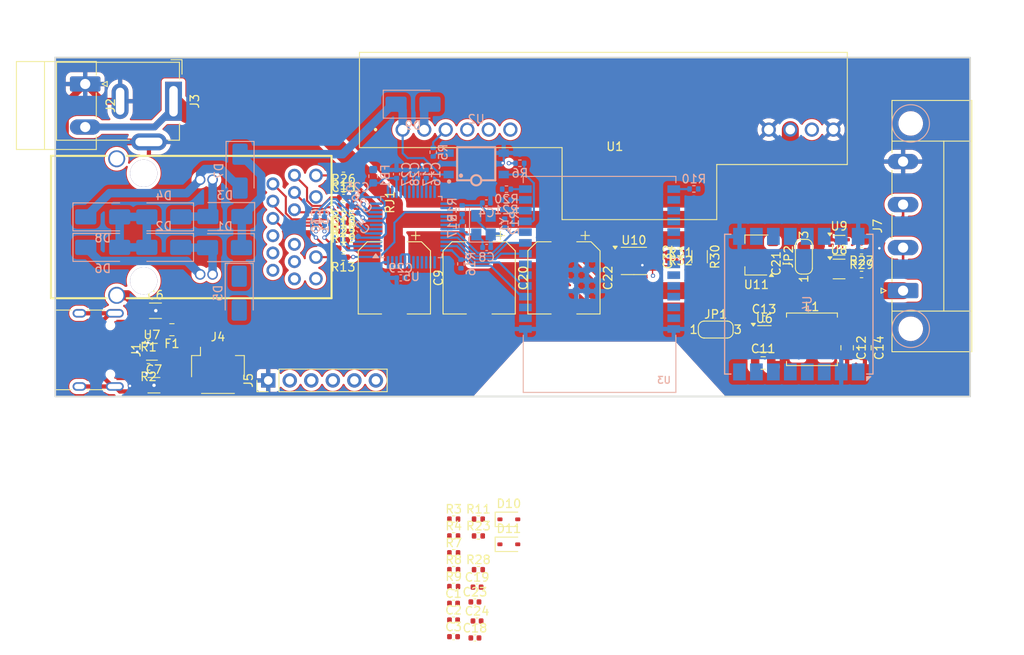
<source format=kicad_pcb>
(kicad_pcb (version 20240108) (generator "pcbnew") (generator_version "8.0")
  (layers (0 "F.Cu" signal) (1 "In1.Cu" power) (2 "In2.Cu" power) (31 "B.Cu" signal) (34 "B.Paste" user) (35 "F.Paste" user) (36 "B.SilkS" user "B.Silkscreen") (37 "F.SilkS" user "F.Silkscreen") (38 "B.Mask" user) (39 "F.Mask" user) (44 "Edge.Cuts" user))
  (net 0 "")
  (net 1 "Net-(U5-TOCAP)")
  (net 2 "Net-(F1-Pad2)")
  (net 3 "GND")
  (net 4 "/CC1")
  (net 6 "/CC2")
  (net 8 "+5V")
  (net 9 "Net-(U1-ADJ)")
  (net 10 "+VIN")
  (net 14 "+3.3V")
  (net 15 "USB_N")
  (net 16 "USB_P")
  (net 17 "Net-(U2-CAT)")
  (net 18 "Net-(U1-AT-DET)")
  (net 19 "AT_DET")
  (net 20 "I2C_SDA")
  (net 21 "I2C_SCL")
  (net 22 "Net-(U5-1V2O)")
  (net 23 "BOOT")
  (net 24 "Net-(U3-GPIO13{slash}USB_D+)")
  (net 25 "Net-(U3-GPIO12{slash}USB_D-)")
  (net 26 "Net-(C4-Pad1)")
  (net 27 "Net-(C6-Pad1)")
  (net 28 "/Ethernet/ETH_RX_C")
  (net 29 "Net-(JP1-C)")
  (net 30 "Net-(U6-BST)")
  (net 31 "VLED")
  (net 32 "+5v-USB")
  (net 33 "/Ethernet/ETH_TX_C")
  (net 34 "VC1+")
  (net 36 "VC1-")
  (net 37 "VC2+")
  (net 38 "VC2-")
  (net 39 "Net-(JP2-A)")
  (net 40 "LDAT")
  (net 41 "ETH_CS")
  (net 42 "Net-(RJ1-LEDY-G+)")
  (net 44 "ETH_LED2B")
  (net 45 "Net-(RJ1-LEDG-)")
  (net 46 "Net-(D1-K)")
  (net 50 "Net-(D2-A)")
  (net 52 "/Ethernet/ETH_LED1")
  (net 53 "/Ethernet/ETH_TX_P")
  (net 54 "Net-(U5-XI{slash}CLKIN)")
  (net 55 "Net-(U5-XO)")
  (net 56 "LCLK")
  (net 57 "LORA_CS")
  (net 58 "ETH_INT")
  (net 59 "Net-(U5-EXRES1)")
  (net 60 "LORA_RESET")
  (net 61 "/Ethernet/ETH_RX_P")
  (net 68 "ETH_LED2A")
  (net 69 "UART_TX")
  (net 70 "UART_RX")
  (net 71 "LORA_DIO1")
  (net 72 "SPI_SCK")
  (net 73 "ETH_RESET")
  (net 74 "SPI_MOSI")
  (net 75 "LORA_BUSY")
  (net 76 "SPI_MISO")
  (net 92 "Net-(U6-SW)")
  (net 93 "ALERT")
  (net 94 "Net-(J7-Pin_2)")
  (net 95 "Net-(J7-Pin_3)")
  (net 96 "/Ethernet/ETH_TX_N")
  (net 97 "/Ethernet/ETH_RX_N")
  (net 98 "Net-(J1-SHIELD)")
  (net 99 "EN")
  (net 100 "Net-(R27-Pad2)")
  (net 101 "Net-(R29-Pad1)")
  (net 102 "VDDA")
  (net 103 "Net-(U5-RXP)")
  (net 104 "Net-(U5-RXN)")
  (net 105 "Net-(U10-Vin-)")
  (net 106 "Net-(U10-Vin+)")
  (footprint "Resistor_SMD:R_0402_1005Metric" (layer "F.Cu") (at 34 -6.1 180)
    (property "Reference" "R14")
    (property "Value" "1k")
  )
  (footprint "Resistor_SMD:R_0402_1005Metric" (layer "F.Cu") (at 46.9975 38.45)
    (property "Reference" "R7")
    (property "Value" "10k")
  )
  (footprint "Capacitor_SMD:C_1206_3216Metric" (layer "F.Cu") (at 11.82 9.88)
    (property "Reference" "C6")
    (property "Value" "1n")
  )
  (footprint "Fuse:Fuse_0805_2012Metric" (layer "F.Cu") (at 13.76 12.12 180)
    (property "Reference" "F1")
    (property "Value" "2A")
  )
  (footprint "Capacitor_SMD:C_0402_1005Metric" (layer "F.Cu") (at 72.25 3.52 90)
    (property "Reference" "C32")
    (property "Value" "100n")
  )
  (footprint "Capacitor_SMD:C_0402_1005Metric" (layer "F.Cu") (at 34 0.5)
    (property "Reference" "C10")
    (property "Value" "10n")
  )
  (footprint "Capacitor_SMD:C_0402_1005Metric" (layer "F.Cu") (at 49.75 46.5)
    (property "Reference" "C24")
    (property "Value" "100n")
  )
  (footprint "Resistor_SMD:R_0402_1005Metric" (layer "F.Cu") (at 49.9075 34.47)
    (property "Reference" "R11")
    (property "Value" "51k")
  )
  (footprint "Connector_Phoenix_MC_HighVoltage:PhoenixContact_MC_1,5_4-GF-5.08_1x04_P5.08mm_Horizontal_ThreadedFlange_MountHole" (layer "F.Cu") (at 100 7.508 90)
    (property "Reference" "J7")
    (property "Value" "Ledstrip")
  )
  (footprint "Capacitor_SMD:C_0402_1005Metric" (layer "F.Cu") (at 86.2 4.3 90)
    (property "Reference" "C21")
    (property "Value" "100n")
  )
  (footprint "Resistor_SMD:R_0402_1005Metric" (layer "F.Cu") (at 49.9075 36.46)
    (property "Reference" "R23")
    (property "Value" "1k")
  )
  (footprint "Connector_BarrelJack:BarrelJack_GCT_DCJ200-10-A_Horizontal" (layer "F.Cu") (at 13.95 -14.85 -90)
    (property "Reference" "J3")
    (property "Value" "External 5v")
  )
  (footprint "Connector_USB:USB_C_Receptacle_HRO_TYPE-C-31-M-12" (layer "F.Cu") (at 3.9 14.5 -90)
    (property "Reference" "J1")
    (property "Value" "USB device")
  )
  (footprint "Capacitor_SMD:C_0402_1005Metric" (layer "F.Cu") (at 49.5 48.5)
    (property "Reference" "C18")
    (property "Value" "100n")
  )
  (footprint "Diode_SMD:D_SOD-323" (layer "F.Cu") (at 53.5 34.5)
    (property "Reference" "D10")
    (property "Value" "5.5v")
  )
  (footprint "Resistor_SMD:R_0402_1005Metric" (layer "F.Cu") (at 34 -4.5)
    (property "Reference" "R26")
    (property "Value" "12.4k")
  )
  (footprint "Package_TO_SOT_SMD:SOT-89-3" (layer "F.Cu") (at 82.7 3.3 180)
    (property "Reference" "U11")
    (property "Value" "L78L05_SOT89")
  )
  (footprint "library:RJ45-TH_HR913180AE" (layer "F.Cu") (at 19 0 -90)
    (property "Reference" "RJ1")
    (property "Value" "HR913180AE")
  )
  (footprint "Resistor_SMD:R_0402_1005Metric" (layer "F.Cu") (at 73.75 3)
    (property "Reference" "R31")
    (property "Value" "10")
  )
  (footprint "Resistor_SMD:R_1206_3216Metric" (layer "F.Cu") (at 76 3.5 -90)
    (property "Reference" "R30")
    (property "Value" "10m")
  )
  (footprint "Jumper:SolderJumper-3_P1.3mm_Open_RoundedPad1.0x1.5mm_NumberLabels" (layer "F.Cu") (at 88.3 3.5 90)
    (property "Reference" "JP2")
    (property "Value" "LED logic")
  )
  (footprint "Resistor_SMD:R_0402_1005Metric" (layer "F.Cu") (at 73.75 4 180)
    (property "Reference" "R32")
    (property "Value" "10")
  )
  (footprint "Resistor_SMD:R_0402_1005Metric" (layer "F.Cu") (at 34 1.5)
    (property "Reference" "R24")
    (property "Value" "49R9")
  )
  (footprint "Resistor_SMD:R_0402_1005Metric" (layer "F.Cu") (at 11 16.5 180)
    (property "Reference" "R2")
    (property "Value" "5.1k")
  )
  (footprint "Resistor_SMD:R_0402_1005Metric" (layer "F.Cu") (at 95.1 2.8 180)
    (property "Reference" "R27")
    (property "Value" "100")
  )
  (footprint "Capacitor_SMD:CP_Elec_8x10" (layer "F.Cu") (at 50 6 -90)
    (property "Reference" "C20")
    (property "Value" "470u")
  )
  (footprint "Capacitor_SMD:C_0402_1005Metric" (layer "F.Cu") (at 46.9775 46.38)
    (property "Reference" "C2")
    (property "Value" "1u")
  )
  (footprint "Resistor_SMD:R_0402_1005Metric" (layer "F.Cu") (at 46.9975 36.46)
    (property "Reference" "R4")
    (property "Value" "DNP")
  )
  (footprint "Resistor_SMD:R_0402_1005Metric" (layer "F.Cu") (at 34 -1.5 180)
    (property "Reference" "R18")
    (property "Value" "49R9")
  )
  (footprint "Capacitor_SMD:C_0402_1005Metric" (layer "F.Cu") (at 34 -3.5)
    (property "Reference" "C15")
    (property "Value" "22n")
  )
  (footprint "Connector_PinHeader_2.54mm:PinHeader_1x06_P2.54mm_Vertical" (layer "F.Cu") (at 25.12 18.1 90)
    (property "Reference" "J5")
    (property "Value" "UART")
  )
  (footprint "Resistor_SMD:R_0402_1005Metric" (layer "F.Cu") (at 46.9975 42.43)
    (property "Reference" "R9")
    (property "Value" "4k7")
  )
  (footprint "Resistor_SMD:R_0402_1005Metric" (layer "F.Cu") (at 11 13 180)
    (property "Reference" "R1")
    (property "Value" "5.1k")
  )
  (footprint "Capacitor_SMD:CP_Elec_8x10" (layer "F.Cu") (at 40 6 -90)
    (property "Reference" "C9")
    (property "Value" "470u")
  )
  (footprint "Resistor_SMD:R_0402_1005Metric" (layer "F.Cu") (at 33.96 3.56 180)
    (property "Reference" "R13")
    (property "Value" "1k")
  )
  (footprint "Resistor_SMD:R_0402_1005Metric" (layer "F.Cu") (at 34 2.5)
    (property "Reference" "R19")
    (property "Value" "49R9")
  )
  (footprint "Package_TO_SOT_SMD:TSOT-23-6" (layer "F.Cu") (at 83.6375 13.2)
    (property "Reference" "U6")
    (property "Value" "AP63203WU")
  )
  (footprint "Resistor_SMD:R_0402_1005Metric" (layer "F.Cu") (at 95.1 5.6)
    (property "Reference" "R29")
    (property "Value" "100")
  )
  (footprint "Resistor_SMD:R_0402_1005Metric" (layer "F.Cu") (at 49.9075 40.44)
    (property "Reference" "R28")
    (property "Value" "51k")
  )
  (footprint "Package_TO_SOT_SMD:SOT-353_SC-70-5" (layer "F.Cu") (at 92.45 4.95)
    (property "Reference" "U8")
    (property "Value" "74LVC1G125")
  )
  (footprint "Capacitor_SMD:C_0402_1005Metric" (layer "F.Cu") (at 49.75 42.5)
    (property "Reference" "C19")
    (property "Value" "100n")
  )
  (footprint "Resistor_SMD:R_0402_1005Metric" (layer "F.Cu") (at 46.9975 34.47)
    (property "Reference" "R3")
    (property "Value" "DNP")
  )
  (footprint "library:AG5300" (layer "F.Cu") (at 66 -9.5)
    (property "Reference" "U1")
    (property "Value" "AG5405")
  )
  (footprint "Package_SO:VSSOP-10_3x3mm_P0.5mm" (layer "F.Cu") (at 68.25 4)
    (property "Reference" "U10")
    (property "Value" "INA233")
  )
  (footprint "Capacitor_SMD:C_0402_1005Metric" (layer "F.Cu") (at 49.5 44.25)
    (property "Reference" "C23")
    (property "Value" "100n")
  )
  (footprint "Inductor_SMD:L_Coilcraft_XAL5050-XXX" (layer "F.Cu") (at 89.25 13.25)
    (property "Reference" "L1")
    (property "Value" "3.9u")
  )
  (footprint "Capacitor_SMD:C_1206_3216Metric" (layer "F.Cu") (at 11.64 18.67)
    (property "Reference" "C7")
    (property "Value" "1n")
  )
  (footprint "Capacitor_SMD:C_0402_1005Metric" (layer "F.Cu") (at 83.6 10.85)
    (property "Reference" "C13")
    (property "Value" "100n")
  )
  (footprint "Diode_SMD:D_SOD-323" (layer "F.Cu") (at 53.5 37.45)
    (property "Reference" "D11")
    (property "Value" "5.5v")
  )
  (footprint "Resistor_SMD:R_0402_1005Metric" (layer "F.Cu") (at 34 -2.5 180)
    (property "Reference" "R25")
    (property "Value" "10")
  )
  (footprint "Connector_Phoenix_MC_HighVoltage:PhoenixContact_MC_1,5_2-G-5.08_1x02_P5.08mm_Horizontal" (layer "F.Cu") (at 3.5325 -16.885 -90)
    (property "Reference" "J2")
    (property "Value" "External 5v")
  )
  (footprint "Capacitor_SMD:C_0805_2012Metric" (layer "F.Cu") (at 95.5 14.25 -90)
    (property "Reference" "C14")
    (property "Value" "22u")
  )
  (footprint "Capacitor_SMD:C_0805_2012Metric" (layer "F.Cu") (at 93.4 14.25 -90)
    (property "Reference" "C12")
    (property "Value" "22u")
  )
  (footprint "Capacitor_SMD:C_0402_1005Metric" (layer "F.Cu") (at 46.9775 44.41)
    (property "Reference" "C1")
    (property "Value" "100n")
  )
  (footprint "Capacitor_SMD:C_0805_2012Metric" (layer "F.Cu") (at 83.5 16.05)
    (property "Reference" "C11")
    (property "Value" "22u")
  )
  (footprint "Connector_JST:JST_SH_SM04B-SRSS-TB_1x04-1MP_P1.00mm_Horizontal" (layer "F.Cu") (at 19.19 16.955)
    (property "Reference" "J4")
    (property "Value" "I2C")
  )
  (footprint "Package_TO_SOT_SMD:SOT-666" (layer "F.Cu") (at 11.4 14.7225)
    (property "Reference" "U7")
    (property "Value" "USBLC6-2P6")
  )
  (footprint "Capacitor_SMD:C_0402_1005Metric" (layer "F.Cu") (at 46.9775 48.35)
    (property "Reference" "C3")
    (property "Value" "68n")
  )
  (footprint "Resistor_SMD:R_0402_1005Metric" (layer "F.Cu") (at 46.9975 40.44)
    (property "Reference" "R8")
    (property "Value" "4k7")
  )
  (footprint "Capacitor_SMD:CP_Elec_8x10" (layer "F.Cu") (at 60 6 -90)
    (property "Reference" "C22")
    (property "Value" "470u")
  )
  (footprint "Resistor_SMD:R_0402_1005Metric" (layer "F.Cu") (at 34 -0.5 180)
    (property "Reference" "R22")
    (property "Value" "49R9")
  )
  (footprint "Jumper:SolderJumper-3_P1.3mm_Open_RoundedPad1.0x1.5mm_NumberLabels" (layer "F.Cu") (at 77.9 12.1)
    (property "Reference" "JP1")
    (property "Value" "Power source")
  )
  (footprint "Package_TO_SOT_SMD:SOT-353_SC-70-5" (layer "F.Cu") (at 92.45 2.15)
    (property "Reference" "U9")
    (property "Value" "74LVC1G125")
  )
  (footprint "Inductor_SMD:L_0603_1608Metric" (layer "B.Cu") (at 37.5 -6 90)
    (property "Reference" "FB1")
    (property "Value" "120")
  )
  (footprint "Resistor_SMD:R_0402_1005Metric" (layer "B.Cu") (at 44.58 -8.84 90)
    (property "Reference" "R5")
    (property "Value" "1k")
  )
  (footprint "Diode_SMD:D_SMA" (layer "B.Cu") (at 12.8 -1.2 180)
    (property "Reference" "D4")
    (property "Value" "SS36")
  )
  (footprint "microcontrollers:ESP32-C6-WROOM-1" (layer "B.Cu") (at 64.2 3.77)
    (property "Reference" "U3")
    (property "Value" "ESP32-C6-WROOM-1")
  )
  (footprint "Capacitor_SMD:C_0402_1005Metric" (layer "B.Cu") (at 50.85 -2.85)
    (property "Reference" "C4")
    (property "Value" "18p")
  )
  (footprint "Capacitor_SMD:C_0402_1005Metric" (layer "B.Cu") (at 41.25 -6.25 90)
    (property "Reference" "C28")
    (property "Value" "100n")
  )
  (footprint "Diode_SMD:D_SMA" (layer "B.Cu") (at 5.6 -1.2)
    (property "Reference" "D8")
    (property "Value" "SS36")
  )
  (footprint "Capacitor_SMD:C_0402_1005Metric" (layer "B.Cu") (at 40.75 6 180)
    (property "Reference" "C29")
    (property "Value" "100n")
  )
  (footprint "Package_QFP:LQFP-48_7x7mm_P0.5mm" (layer "B.Cu") (at 42 0)
    (property "Reference" "U5")
    (property "Value" "W5500")
  )
  (footprint "Diode_SMD:D_SMA" (layer "B.Cu") (at 42.2 -14.5)
    (property "Reference" "D9")
    (property "Value" "SMAJ58")
  )
  (footprint "Capacitor_SMD:C_0402_1005Metric" (layer "B.Cu") (at 35.32 -2.05 135)
    (property "Reference" "C26")
    (property "Value" "100n")
  )
  (footprint "library:SOP-4_L3.9-W4.4-P2.54-LS7.0-BR" (layer "B.Cu") (at 49.65 -7.47 180)
    (property "Reference" "U2")
    (property "Value" "KPC357NT0ATLD")
  )
  (footprint "Capacitor_SMD:C_0402_1005Metric" (layer "B.Cu") (at 35.36 0.77 135)
    (property "Reference" "C5")
    (property "Value" "100n")
  )
  (footprint "RF_Module:Ai-Thinker-Ra-01-LoRa" (layer "B.Cu") (at 87.7 9.1 90)
    (property "Reference" "U4")
    (property "Value" "Ra-01SH")
  )
  (footprint "Capacitor_SMD:C_0402_1005Metric" (layer "B.Cu") (at 31.75 -0.75 90)
    (property "Reference" "C31")
    (property "Value" "6.8n")
  )
  (footprint "Diode_SMD:D_SMA" (layer "B.Cu") (at 5.6 2.4)
    (property "Reference" "D6")
    (property "Value" "SS36")
  )
  (footprint "Resistor_SMD:R_0402_1005Metric" (layer "B.Cu") (at 53 -0.475 90)
    (property "Reference" "R12")
    (property "Value" "10k")
  )
  (footprint "Resistor_SMD:R_0402_1005Metric" (layer "B.Cu") (at 48 -2.05 -90)
    (property "Reference" "R15")
    (property "Value" "0")
  )
  (footprint "Resistor_SMD:R_0402_1005Metric" (layer "B.Cu") (at 54.8 -7.53)
    (property "Reference" "R6")
    (property "Value" "10k")
  )
  (footprint "Capacitor_SMD:C_0402_1005Metric" (layer "B.Cu") (at 30.75 -0.75 90)
    (property "Reference" "C30")
    (property "Value" "6.8n")
  )
  (footprint "Resistor_SMD:R_0402_1005Metric" (layer "B.Cu") (at 47.85 4.35 90)
    (property "Reference" "R16")
    (property "Value" "10k")
  )
  (footprint "Diode_SMD:D_SMA" (layer "B.Cu") (at 20.0075 -1.24 180)
    (property "Reference" "D3")
    (property "Value" "SS36")
  )
  (footprint "Diode_SMD:D_SMA" (layer "B.Cu") (at 12.8 2.4 180)
    (property "Reference" "D2")
    (property "Value" "SS36")
  )
  (footprint "Crystal:Crystal_SMD_3225-4Pin_3.2x2.5mm" (layer "B.Cu") (at 50.51 -0.23 90)
    (property "Reference" "Y1")
    (property "Value" "25MHz")
  )
  (footprint "Resistor_SMD:R_0402_1005Metric" (layer "B.Cu") (at 53.2 -3.2)
    (property "Reference" "R21")
    (property "Value" "27")
  )
  (footprint "Resistor_SMD:R_0402_1005Metric" (layer "B.Cu") (at 48 -0.13 -90)
    (property "Reference" "R17")
    (property "Value" "1M")
  )
  (footprint "Resistor_SMD:R_0402_1005Metric" (layer "B.Cu") (at 53.225 -4.475)
    (property "Reference" "R20")
    (property "Value" "27")
  )
  (footprint "Diode_SMD:D_SMA" (layer "B.Cu") (at 21.7 7.8 -90)
    (property "Reference" "D5")
    (property "Value" "SS36")
  )
  (footprint "Resistor_SMD:R_0402_1005Metric" (layer "B.Cu") (at 75.325 -4.5 180)
    (property "Reference" "R10")
    (property "Value" "10k")
  )
  (footprint "Capacitor_SMD:C_0402_1005Metric" (layer "B.Cu") (at 42.76 -6.25 90)
    (property "Reference" "C17")
    (property "Value" "4.7u")
  )
  (footprint "Capacitor_SMD:C_0402_1005Metric" (layer "B.Cu") (at 43.75 -6.25 90)
    (property "Reference" "C16")
    (property "Value" "10n")
  )
  (footprint "Capacitor_SMD:C_0402_1005Metric" (layer "B.Cu") (at 40.25 -6.25 90)
    (property "Reference" "C27")
    (property "Value" "100n")
  )
  (footprint "Diode_SMD:D_SMA" (layer "B.Cu") (at 19.9575 2.43 180)
    (property "Reference" "D1")
    (property "Value" "SS36")
  )
  (footprint "Diode_SMD:D_SMA" (layer "B.Cu") (at 21.8 -6.6 -90)
    (property "Reference" "D7")
    (property "Value" "SS36")
  )
  (footprint "Capacitor_SMD:C_0402_1005Metric" (layer "B.Cu") (at 50.88 2.41)
    (property "Reference" "C8")
    (property "Value" "18p")
  )
  (footprint "Capacitor_SMD:C_0402_1005Metric" (layer "B.Cu") (at 35.63 -3.53 180)
    (property "Reference" "C25")
    (property "Value" "100n")
  )
  (gr_rect (start 0 -20) (end 107.9 20) (stroke (width 0.2)) (fill none) (layer "Edge.Cuts"))
  (segment (start 42.75 -4.1625) (end 42.75 -5.76) (width 0.25) (layer "B.Cu") (net 1))
  (segment (start 7.945 12.05) (end 12.7525 12.05) (width 0.5) (layer "F.Cu") (net 2))
  (segment (start 7.945 12.05) (end 7.232383 12.05) (width 0.5) (layer "F.Cu") (net 2))
  (segment (start 6.46 16.177617) (end 7.232383 16.95) (width 0.5) (layer "F.Cu") (net 2))
  (segment (start 7.232383 16.95) (end 7.945 16.95) (width 0.5) (layer "F.Cu") (net 2))
  (segment (start 7.232383 12.05) (end 6.46 12.822383) (width 0.5) (layer "F.Cu") (net 2))
  (segment (start 6.46 12.822383) (end 6.46 16.177617) (width 0.5) (layer "F.Cu") (net 2))
  (segment (start 92.102 5.498) (end 92 5.6) (width 0.3) (layer "F.Cu") (net 3))
  (segment (start 92.371 2.046001) (end 92.012499 1.687501) (width 0.3) (layer "F.Cu") (net 3))
  (segment (start 11.51 16.5) (end 10.8 17.21) (width 0.25) (layer "F.Cu") (net 3))
  (segment (start 91.5 4.3) (end 91.824999 4.3) (width 0.3) (layer "F.Cu") (net 3))
  (segment (start 1.2 -14.5525) (end 3.5325 -16.885) (width 0.8) (layer "F.Cu") (net 3))
  (segment (start 10.8 17.21) (end 10.78 17.26) (width 0.25) (layer "F.Cu") (net 3))
  (segment (start 68.25 3.5) (end 69.25 4.5) (width 0.15) (layer "F.Cu") (net 3))
  (segment (start 11.9 9.88) (end 11.89 9.87) (width 0.8) (layer "F.Cu") (net 3))
  (segment (start 92.102 5) (end 92.102 5.498) (width 0.3) (layer "F.Cu") (net 3))
  (segment (start 70.45 4.5) (end 69.25 4.5) (width 0.15) (layer "F.Cu") (net 3))
  (segment (start 13.115 18.67) (end 11.66 18.67) (width 0.8) (layer "F.Cu") (net 3))
  (segment (start 11.05 -10.05) (end 1.95 -10.05) (width 0.8) (layer "F.Cu") (net 3))
  (segment (start 91.5 2.8) (end 91.824999 2.8) (width 0.3) (layer "F.Cu") (net 3))
  (segment (start 11.66 18.67) (end 11.65 18.68) (width 0.8) (layer "F.Cu") (net 3))
  (segment (start 10.475 14.7225) (end 9.6825 14.7225) (width 0.25) (layer "F.Cu") (net 3))
  (segment (start 34.48 0.5) (end 35.2 1.22) (width 0.25) (layer "F.Cu") (net 3))
  (segment (start 10.95 13.64) (end 10.95 13.65) (width 0.25) (layer "F.Cu") (net 3))
  (segment (start 1.95 -10.05) (end 1.2 -10.8) (width 0.8) (layer "F.Cu") (net 3))
  (segment (start 9.68 14.72) (end 9.67 14.72) (width 0.25) (layer "F.Cu") (net 3))
  (segment (start 92.012499 1.687501) (end 91.824999 1.5) (width 0.3) (layer "F.Cu") (net 3))
  (segment (start 34.7 -3.5) (end 35.4 -2.8) (width 0.25) (layer "F.Cu") (net 3))
  (segment (start 1.2 -10.8) (end 1.2 -14.5525) (width 0.8) (layer "F.Cu") (net 3))
  (segment (start 9.67 14.72) (end 9.67 14.71) (width 0.25) (layer "F.Cu") (net 3))
  (segment (start 91.5 4.3) (end 90.6 4.3) (width 0.3) (layer "F.Cu") (net 3))
  (segment (start 7.65 -14.85) (end 5.5675 -14.85) (width 0.8) (layer "F.Cu") (net 3))
  (segment (start 11.51 13.09) (end 10.96 13.64) (width 0.25) (layer "F.Cu") (net 3))
  (segment (start 10.96 13.64) (end 10.95 13.64) (width 0.25) (layer "F.Cu") (net 3))
  (segment (start 93.823 1.023) (end 94.2 1.4) (width 0.3) (layer "F.Cu") (net 3))
  (segment (start 66.05 3.5) (end 68.25 3.5) (width 0.15) (layer "F.Cu") (net 3))
  (segment (start 91.824999 4.3) (end 92.102 4.577001) (width 0.3) (layer "F.Cu") (net 3))
  (segment (start 66.05 3) (end 67.75 3) (width 0.15) (layer "F.Cu") (net 3))
  (segment (start 92.012499 1.687501) (end 92.677 1.023) (width 0.3) (layer "F.Cu") (net 3))
  (segment (start 11.86 9.87) (end 11.86 9.84) (width 0.8) (layer "F.Cu") (net 3))
  (segment (start 91.824999 2.8) (end 92.371 2.253999) (width 0.3) (layer "F.Cu") (net 3))
  (segment (start 35.2 1.22) (end 35.2 1.61) (width 0.25) (layer "F.Cu") (net 3))
  (segment (start 8.81 18.31) (end 8.81 18.75) (width 0.5) (layer "F.Cu") (net 3))
  (segment (start 94.7 5) (end 97.2 2.5) (width 0.3) (layer "F.Cu") (net 3))
  (segment (start 10.78 17.26) (end 10.8 17.24) (width 0.25) (layer "F.Cu") (net 3))
  (segment (start 10.95 13.65) (end 10.96 13.64) (width 0.25) (layer "F.Cu") (net 3))
  (segment (start 91.824999 1.5) (end 91.5 1.5) (width 0.3) (layer "F.Cu") (net 3))
  (segment (start 92.102 4.577001) (end 92.102 5) (width 0.3) (layer "F.Cu") (net 3))
  (segment (start 92.102 5) (end 94.7 5) (width 0.3) (layer "F.Cu") (net 3))
  (segment (start 8.78 18.28) (end 8.81 18.31) (width 0.5) (layer "F.Cu") (net 3))
  (segment (start 9.67 14.71) (end 9.68 14.72) (width 0.25) (layer "F.Cu") (net 3))
  (segment (start 9.6825 14.7225) (end 9.68 14.72) (width 0.25) (layer "F.Cu") (net 3))
  (segment (start 67.75 3) (end 68.25 3.5) (width 0.15) (layer "F.Cu") (net 3))
  (segment (start 8.25 17.75) (end 8.78 18.28) (width 0.5) (layer "F.Cu") (net 3))
  (segment (start 11.89 9.87) (end 11.86 9.87) (width 0.8) (layer "F.Cu") (net 3))
  (segment (start 13.295 9.88) (end 11.9 9.88) (width 0.8) (layer "F.Cu") (net 3))
  (segment (start 92.677 1.023) (end 93.823 1.023) (width 0.3) (layer "F.Cu") (net 3))
  (segment (start 94.2 1.4) (end 94.2 2) (width 0.3) (layer "F.Cu") (net 3))
  (segment (start 11.86 9.84) (end 11.89 9.87) (width 0.8) (layer "F.Cu") (net 3))
  (segment (start 92.371 2.253999) (end 92.371 2.046001) (width 0.3) (layer "F.Cu") (net 3))
  (segment (start 5.5675 -14.85) (end 3.5325 -16.885) (width 0.8) (layer "F.Cu") (net 3))
  (segment (start 34.48 -3.5) (end 34.7 -3.5) (width 0.25) (layer "F.Cu") (net 3))
  (segment (start 92 5.6) (end 91.5 5.6) (width 0.3) (layer "F.Cu") (net 3))
  (via (at 10.78 17.26) (size 0.5) (drill 0.3) (layers "F.Cu" "B.Cu") (net 3))
  (via (at 9.67 14.72) (size 0.5) (drill 0.3) (layers "F.Cu" "B.Cu") (net 3))
  (via (at 11.65 18.68) (size 0.8) (drill 0.4) (layers "F.Cu" "B.Cu") (net 3))
  (via (at 35.2 1.61) (size 0.5) (drill 0.3) (layers "F.Cu" "B.Cu") (net 3))
  (via (at 8.81 18.75) (size 0.5) (drill 0.3) (layers "F.Cu" "B.Cu") (net 3))
  (via (at 35.4 -2.8) (size 0.5) (drill 0.3) (layers "F.Cu" "B.Cu") (net 3))
  (via (at 11.86 9.87) (size 0.8) (drill 0.4) (layers "F.Cu" "B.Cu") (net 3))
  (via (at 10.95 13.64) (size 0.5) (drill 0.3) (layers "F.Cu" "B.Cu") (net 3))
  (via (at 97.2 2.5) (size 0.45) (drill 0.3) (layers "F.Cu" "B.Cu") (net 3))
  (via (at 69.25 4.5) (size 0.5) (drill 0.3) (layers "F.Cu" "B.Cu") (net 3))
  (via (at 52.78 -7.56) (size 0.5) (drill 0.3) (layers "F.Cu" "B.Cu") (net 3))
  (via (at 43.27 -7.37) (size 0.5) (drill 0.3) (layers "F.Cu" "B.Cu") (net 3))
  (segment (start 43.27 -6.73) (end 42.76 -6.73) (width 0.25) (layer "B.Cu") (net 3))
  (segment (start 41.25 -6.73) (end 41.636 -6.73) (width 0.25) (layer "B.Cu") (net 3))
  (segment (start 43.75 -6.73) (end 43.27 -6.73) (width 0.25) (layer "B.Cu") (net 3))
  (segment (start 34.980589 -3.360589) (end 35.15 -3.53) (width 0.25) (layer "B.Cu") (net 3))
  (segment (start 42.198 -6.168) (end 42.76 -6.73) (width 0.25) (layer "B.Cu") (net 3))
  (segment (start 36.914788 -1.25) (end 35.775377 -2.389411) (width 0.25) (layer "B.Cu") (net 3))
  (segment (start 35.4 -2.8) (end 35.391178 -2.8) (width 0.25) (layer "B.Cu") (net 3))
  (segment (start 35.34 1.75) (end 35.2 1.61) (width 0.25) (layer "B.Cu") (net 3))
  (segment (start 37.8375 -1.25) (end 36.914788 -1.25) (width 0.25) (layer "B.Cu") (net 3))
  (segment (start 35.2 1.61) (end 35.020589 1.430589) (width 0.25) (layer "B.Cu") (net 3))
  (segment (start 42.198 -5.432) (end 42.198 -6.168) (width 0.25) (layer "B.Cu") (net 3))
  (segment (start 43.27 -6.73) (end 43.27 -7.37) (width 0.25) (layer "B.Cu") (net 3))
  (segment (start 41.636 -6.73) (end 42.198 -6.168) (width 0.25) (layer "B.Cu") (net 3))
  (segment (start 42.25 -4.1625) (end 42.25 -5.38) (width 0.25) (layer "B.Cu") (net 3))
  (segment (start 35.775377 -2.389411) (end 34.980589 -2.389411) (width 0.25) (layer "B.Cu") (net 3))
  (segment (start 51.36 0.87) (end 51.36 2.41) (width 0.25) (layer "B.Cu") (net 3))
  (segment (start 34.980589 -2.389411) (end 34.980589 -3.360589) (width 0.25) (layer "B.Cu") (net 3))
  (segment (start 49.66 -0.85) (end 51.36 0.85) (width 0.25) (layer "B.Cu") (net 3))
  (segment (start 35.020589 1.430589) (end 35.020589 0.430589) (width 0.25) (layer "B.Cu") (net 3))
  (segment (start 52.9 -8.74) (end 52.9 -7.68) (width 0.25) (layer "B.Cu") (net 3))
  (segment (start 35.391178 -2.8) (end 34.980589 -2.389411) (width 0.25) (layer "B.Cu") (net 3))
  (segment (start 42.25 -5.38) (end 42.198 -5.432) (width 0.25) (layer "B.Cu") (net 3))
  (segment (start 37.8375 1.75) (end 35.34 1.75) (width 0.25) (layer "B.Cu") (net 3))
  (segment (start 52.9 -7.68) (end 52.78 -7.56) (width 0.25) (layer "B.Cu") (net 3))
  (segment (start 41.25 -6.73) (end 40.25 -6.73) (width 0.25) (layer "B.Cu") (net 3))
  (segment (start 7.945 13.25) (end 10.24 13.25) (width 0.25) (layer "F.Cu") (net 4))
  (segment (start 10.24 13.25) (end 10.49 13) (width 0.25) (layer "F.Cu") (net 4))
  (segment (start 7.945 16.25) (end 10.24 16.25) (width 0.25) (layer "F.Cu") (net 6))
  (segment (start 10.24 16.25) (end 10.49 16.5) (width 0.25) (layer "F.Cu") (net 6))
  (segment (start 93.4 1.5) (end 92.9 1.5) (width 0.3) (layer "F.Cu") (net 8))
  (segment (start 88.4 3.6) (end 88.3 3.5) (width 0.3) (layer "F.Cu") (net 8))
  (segment (start 92.7 3.6) (end 92.5 3.6) (width 0.3) (layer "F.Cu") (net 8))
  (segment (start 93.4 4.3) (end 92.7 3.6) (width 0.3) (layer "F.Cu") (net 8))
  (segment (start 92.798 1.602) (end 92.798 3.302) (width 0.3) (layer "F.Cu") (net 8))
  (segment (start 92.798 3.302) (end 92.5 3.6) (width 0.3) (layer "F.Cu") (net 8))
  (segment (start 92.5 3.6) (end 88.4 3.6) (width 0.3) (layer "F.Cu") (net 8))
  (segment (start 92.9 1.5) (end 92.798 1.602) (width 0.3) (layer "F.Cu") (net 8))
  (segment (start 40 -0.9) (end 61.7 -0.9) (width 2) (layer "F.Cu") (net 10))
  (segment (start 66 -0.9) (end 61.7 -0.9) (width 2) (layer "F.Cu") (net 10))
  (segment (start 73.712 3.548) (end 74.26 3) (width 0.15) (layer "F.Cu") (net 10))
  (segment (start 11.709 -11.805) (end 13.95 -14.046) (width 0.8) (layer "F.Cu") (net 10))
  (segment (start 74.26 3) (end 75.0375 3) (width 0.5) (layer "F.Cu") (net 10))
  (segment (start 3.5325 -11.805) (end 11.709 -11.805) (width 0.8) (layer "F.Cu") (net 10))
  (segment (start 40 -2.718478) (end 29.445478 -13.273) (width 2) (layer "F.Cu") (net 10))
  (segment (start 71.822 4.572) (end 73.5 4.572) (width 0.15) (layer "F.Cu") (net 10))
  (segment (start 29.445478 -13.273) (end 15.527 -13.273) (width 2) (layer "F.Cu") (net 10))
  (segment (start 76 -0.9) (end 66 -0.9) (width 2) (layer "F.Cu") (net 10))
  (segment (start 73.539042 4.572) (end 73.712 4.399042) (width 0.15) (layer "F.Cu") (net 10))
  (segment (start 71.25 4) (end 71.822 4.572) (width 0.15) (layer "F.Cu") (net 10))
  (segment (start 86.7 -11.5) (end 86.7 -10.312061) (width 2) (layer "F.Cu") (net 10))
  (segment (start 86.7 -10.312061) (end 77.287939 -0.9) (width 2) (layer "F.Cu") (net 10))
  (segment (start 40 2.75) (end 40 -0.9) (width 2) (layer "F.Cu") (net 10))
  (segment (start 66.1 -0.8) (end 66 -0.9) (width 1) (layer "F.Cu") (net 10))
  (segment (start 76 2.0375) (end 76 -0.9) (width 1) (layer "F.Cu") (net 10))
  (segment (start 77.287939 -0.9) (end 76 -0.9) (width 2) (layer "F.Cu") (net 10))
  (segment (start 70.45 4) (end 71.25 4) (width 0.15) (layer "F.Cu") (net 10))
  (segment (start 15.527 -13.273) (end 13.95 -14.85) (width 2) (layer "F.Cu") (net 10))
  (segment (start 73.5 4.572) (end 73.539042 4.572) (width 0.15) (layer "F.Cu") (net 10))
  (segment (start 73.712 4.399042) (end 73.712 3.548) (width 0.15) (layer "F.Cu") (net 10))
  (segment (start 75.0375 3) (end 76 2.0375) (width 0.5) (layer "F.Cu") (net 10))
  (segment (start 40 -0.9) (end 40 -2.718478) (width 2) (layer "F.Cu") (net 10))
  (segment (start 3.5325 -11.805) (end 11.709 -11.805) (width 0.8) (layer "B.Cu") (net 10))
  (segment (start 11.709 -11.805) (end 13.95 -14.046) (width 0.8) (layer "B.Cu") (net 10))
  (segment (start 34.51 -1.5) (end 35.87 -1.5) (width 0.25) (layer "F.Cu") (net 14))
  (segment (start 35.87 -1.5) (end 36.26 -1.11) (width 0.25) (layer "F.Cu") (net 14))
  (segment (start 70.45 5) (end 70.45 5.7) (width 0.15) (layer "F.Cu") (net 14))
  (segment (start 70.45 5.7) (end 70.5 5.75) (width 0.15) (layer "F.Cu") (net 14))
  (segment (start 34.51 -1.5) (end 34.51 -0.5) (width 0.25) (layer "F.Cu") (net 14))
  (segment (start 34.51 -2.5) (end 34.51 -1.5) (width 0.25) (layer "F.Cu") (net 14))
  (via (at 36.26 -1.11) (size 0.5) (drill 0.3) (layers "F.Cu" "B.Cu") (net 14))
  (via (at 53.5 -7.54) (size 0.5) (drill 0.3) (layers "F.Cu" "B.Cu") (net 14))
  (via (at 70.5 5.75) (size 0.5) (drill 0.3) (layers "F.Cu" "B.Cu") (net 14))
  (segment (start 41.25 3.26) (end 41.22 3.23) (width 0.25) (layer "B.Cu") (net 14))
  (segment (start 37.8375 -0.75) (end 36.62 -0.75) (width 0.25) (layer "B.Cu") (net 14))
  (segment (start 41.75 4.1625) (end 41.75 3.36) (width 0.25) (layer "B.Cu") (net 14))
  (segment (start 40.93 3.23) (end 41.22 3.23) (width 0.25) (layer "B.Cu") (net 14))
  (segment (start 53.51 -7.53) (end 53.5 -7.54) (width 0.25) (layer "B.Cu") (net 14))
  (segment (start 36.62 -0.75) (end 36.26 -1.11) (width 0.25) (layer "B.Cu") (net 14))
  (segment (start 41.22 3.23) (end 41.62 3.23) (width 0.25) (layer "B.Cu") (net 14))
  (segment (start 54.29 -7.53) (end 53.51 -7.53) (width 0.25) (layer "B.Cu") (net 14))
  (segment (start 41.25 4.1625) (end 41.25 3.26) (width 0.25) (layer "B.Cu") (net 14))
  (segment (start 41.75 3.36) (end 41.62 3.23) (width 0.25) (layer "B.Cu") (net 14))
  (segment (start 40.75 4.1625) (end 40.75 3.39) (width 0.25) (layer "B.Cu") (net 14))
  (segment (start 36.26 -1.11) (end 35.659411 -1.710589) (width 0.25) (layer "B.Cu") (net 14))
  (segment (start 40.92 3.22) (end 40.93 3.23) (width 0.25) (layer "B.Cu") (net 14))
  (segment (start 40.75 3.39) (end 40.92 3.22) (width 0.25) (layer "B.Cu") (net 14))
  (segment (start 7.945 14.75) (end 8.92 14.75) (width 0.25) (layer "F.Cu") (net 15))
  (segment (start 8.92 14.75) (end 8.92 14.19) (width 0.25) (layer "F.Cu") (net 15))
  (segment (start 8.92 13.79) (end 8.88 13.75) (width 0.25) (layer "F.Cu") (net 15))
  (segment (start 10.55 14.185) (end 8.925 14.185) (width 0.25) (layer "F.Cu") (net 15))
  (segment (start 8.92 14.19) (end 8.92 13.79) (width 0.25) (layer "F.Cu") (net 15))
  (segment (start 8.925 14.185) (end 8.92 14.19) (width 0.25) (layer "F.Cu") (net 15))
  (segment (start 8.88 13.75) (end 7.945 13.75) (width 0.25) (layer "F.Cu") (net 15))
  (segment (start 10.55 14.185) (end 12.25 14.185) (width 0.25) (layer "F.Cu") (net 15))
  (segment (start 7.1 15.25) (end 6.985 15.135) (width 0.25) (layer "F.Cu") (net 16))
  (segment (start 10.55 15.26) (end 12.25 15.26) (width 0.25) (layer "F.Cu") (net 16))
  (segment (start 6.985 15.135) (end 6.985 14.365) (width 0.25) (layer "F.Cu") (net 16))
  (segment (start 7.945 15.25) (end 7.1 15.25) (width 0.25) (layer "F.Cu") (net 16))
  (segment (start 7.1 14.25) (end 7.945 14.25) (width 0.25) (layer "F.Cu") (net 16))
  (segment (start 6.985 14.365) (end 7.1 14.25) (width 0.25) (layer "F.Cu") (net 16))
  (segment (start 7.945 15.25) (end 10.54 15.25) (width 0.25) (layer "F.Cu") (net 16))
  (segment (start 44.99 -8.74) (end 44.58 -8.33) (width 0.25) (layer "B.Cu") (net 17))
  (segment (start 46.4 -8.74) (end 44.99 -8.74) (width 0.25) (layer "B.Cu") (net 17))
  (segment (start 46.06 -11.5) (end 44.58 -10.02) (width 0.25) (layer "B.Cu") (net 18))
  (segment (start 44.58 -10.02) (end 44.58 -9.35) (width 0.25) (layer "B.Cu") (net 18))
  (segment (start 55.31 -6.2) (end 55.434 -6.2) (width 0.25) (layer "B.Cu") (net 19))
  (segment (start 56.452 -5.182) (end 56.452 -0.827) (width 0.25) (layer "B.Cu") (net 19))
  (segment (start 55.31 -7.53) (end 55.31 -6.2) (width 0.25) (layer "B.Cu") (net 19))
  (segment (start 55.434 -6.2) (end 56.452 -5.182) (width 0.25) (layer "B.Cu") (net 19))
  (segment (start 56.452 -0.827) (end 56.295 -0.67) (width 0.25) (layer "B.Cu") (net 19))
  (segment (start 56.295 -0.67) (end 55.45 -0.67) (width 0.25) (layer "B.Cu") (net 19))
  (segment (start 52.9 -6.2) (end 55.31 -6.2) (width 0.25) (layer "B.Cu") (net 19))
  (segment (start 43.75 -4.1625) (end 43.75 -5.77) (width 0.25) (layer "B.Cu") (net 22))
  (segment (start 72.95 -4.48) (end 74.795 -4.48) (width 0.25) (layer "B.Cu") (net 23))
  (segment (start 53.735 -4.475) (end 55.445 -4.475) (width 0.25) (layer "B.Cu") (net 24))
  (segment (start 55.45 -3.21) (end 53.72 -3.21) (width 0.25) (layer "B.Cu") (net 25))
  (segment (start 50.37 -2.85) (end 50.13 -2.61) (width 0.25) (layer "B.Cu") (net 26))
  (segment (start 51.36 -1.33) (end 50.13 -2.56) (width 0.25) (layer "B.Cu") (net 26))
  (segment (start 50.13 -2.56) (end 48 -2.56) (width 0.25) (layer "B.Cu") (net 26))
  (segment (start 50.13 -2.61) (end 50.13 -2.56) (width 0.25) (layer "B.Cu") (net 26))
  (segment (start 8.525 8.06) (end 10.345 9.88) (width 1.2) (layer "F.Cu") (net 27))
  (segment (start 7.25 8.06) (end 8.525 8.06) (width 1.2) (layer "F.Cu") (net 27))
  (segment (start 27.198 -1.620815) (end 27.908815 -0.91) (width 0.25) (layer "F.Cu") (net 28))
  (segment (start 32.11 -0.91) (end 33.52 0.5) (width 0.25) (layer "F.Cu") (net 28))
  (segment (start 27.908815 -0.91) (end 32.11 -0.91) (width 0.25) (layer "F.Cu") (net 28))
  (segment (start 25.67 -5.1) (end 27.198 -3.572) (width 0.25) (layer "F.Cu") (net 28))
  (segment (start 33.52 0.51) (end 34.51 1.5) (width 0.25) (layer "F.Cu") (net 28))
  (segment (start 27.198 -3.572) (end 27.198 -1.620815) (width 0.25) (layer "F.Cu") (net 28))
  (segment (start 34.51 1.5) (end 34.51 2.5) (width 0.25) (layer "F.Cu") (net 28))
  (segment (start 63.508 7.508) (end 60 4) (width 2) (layer "F.Cu") (net 31))
  (segment (start 74.26 4) (end 75.0375 4) (width 0.5) (layer "F.Cu") (net 31))
  (segment (start 60 2.75) (end 50 2.75) (width 2) (layer "F.Cu") (net 31))
  (segment (start 76 4.9625) (end 76 7.508) (width 1) (layer "F.Cu") (net 31))
  (segment (start 66.1 7.408) (end 66.2 7.508) (width 1) (layer "F.Cu") (net 31))
  (segment (start 76 7.508) (end 66.2 7.508) (width 2) (layer "F.Cu") (net 31))
  (segment (start 75.0375 4) (end 76 4.9625) (width 0.5) (layer "F.Cu") (net 31))
  (segment (start 66.2 7.508) (end 63.508 7.508) (width 2) (layer "F.Cu") (net 31))
  (segment (start 60 4) (end 60 2.75) (width 2) (layer "F.Cu") (net 31))
  (segment (start 100 7.508) (end 76 7.508) (width 2) (layer "F.Cu") (net 31))
  (segment (start 33.52 -3.5) (end 32.482 -3.5) (width 0.25) (layer "F.Cu") (net 33))
  (segment (start 33.49 -2.5) (end 33.49 -3.47) (width 0.25) (layer "F.Cu") (net 33))
  (segment (start 29.698 -3.114247) (end 30.314247 -2.498) (width 0.25) (layer "F.Cu") (net 33))
  (segment (start 30.314247 -2.498) (end 31.48 -2.498) (width 0.25) (layer "F.Cu") (net 33))
  (segment (start 29.698 -4.632) (end 29.698 -3.114247) (width 0.25) (layer "F.Cu") (net 33))
  (segment (start 28.21 -6.12) (end 29.698 -4.632) (width 0.25) (layer "F.Cu") (net 33))
  (segment (start 32.482 -3.5) (end 31.48 -2.498) (width 0.25) (layer "F.Cu") (net 33))
  (segment (start 14.83 2.43) (end 14.8 2.4) (width 1) (layer "B.Cu") (net 34))
  (segment (start 18.56 3.0325) (end 17.9575 2.43) (width 1) (layer "B.Cu") (net 34))
  (segment (start 18.56 5.59) (end 18.56 3.0325) (width 1) (layer "B.Cu") (net 34))
  (segment (start 17.9575 2.43) (end 14.83 2.43) (width 1) (layer "B.Cu") (net 34))
  (segment (start 18.0075 -1.24) (end 14.84 -1.24) (width 1) (layer "B.Cu") (net 36))
  (segment (start 18.56 -1.7925) (end 18.0075 -1.24) (width 1) (layer "B.Cu") (net 36))
  (segment (start 18.56 -5.59) (end 18.56 -1.7925) (width 1) (layer "B.Cu") (net 36))
  (segment (start 14.84 -1.24) (end 14.8 -1.2) (width 1) (layer "B.Cu") (net 36))
  (segment (start 15.496 3.996) (end 5.196 3.996) (width 1) (layer "B.Cu") (net 37))
  (segment (start 17.09 5.59) (end 15.496 3.996) (width 1) (layer "B.Cu") (net 37))
  (segment (start 5.196 3.996) (end 3.6 2.4) (width 1) (layer "B.Cu") (net 37))
  (segment (start 15.496 -3.996) (end 17.09 -5.59) (width 1) (layer "B.Cu") (net 38))
  (segment (start 17.642 -6.842) (end 17.09 -6.29) (width 1) (layer "B.Cu") (net 38))
  (segment (start 17.09 -6.29) (end 17.09 -5.59) (width 1) (layer "B.Cu") (net 38))
  (segment (start 6.396 -3.996) (end 15.496 -3.996) (width 1) (layer "B.Cu") (net 38))
  (segment (start 19.558 -6.842) (end 17.642 -6.842) (width 1) (layer "B.Cu") (net 38))
  (segment (start 3.6 -1.2) (end 6.396 -3.996) (width 1) (layer "B.Cu") (net 38))
  (segment (start 21.8 -4.6) (end 19.558 -6.842) (width 1) (layer "B.Cu") (net 38))
  (segment (start 84.65 4.8) (end 86.18 4.8) (width 0.5) (layer "F.Cu") (net 39))
  (segment (start 88.28 4.78) (end 88.3 4.8) (width 0.5) (layer "F.Cu") (net 39))
  (segment (start 86.2 4.78) (end 88.28 4.78) (width 0.5) (layer "F.Cu") (net 39))
  (segment (start 86.18 4.8) (end 86.2 4.78) (width 0.5) (layer "F.Cu") (net 39))
  (segment (start 49.825 3.05) (end 51.588252 3.05) (width 0.25) (layer "B.Cu") (net 41))
  (segment (start 46.1625 0.75) (end 47.498958 0.75) (width 0.25) (layer "B.Cu") (net 41))
  (segment (start 47.498958 0.75) (end 47.998958 1.25) (width 0.25) (layer "B.Cu") (net 41))
  (segment (start 53 0.05) (end 53.794126 0.844126) (width 0.25) (layer "B.Cu") (net 41))
  (segment (start 48.025 1.25) (end 49.825 3.05) (width 0.25) (layer "B.Cu") (net 41))
  (segment (start 47.998958 1.25) (end 48.025 1.25) (width 0.25) (layer "B.Cu") (net 41))
  (segment (start 54.038252 0.6) (end 55.45 0.6) (width 0.25) (layer "B.Cu") (net 41))
  (segment (start 53.794126 0.844126) (end 54.038252 0.6) (width 0.25) (layer "B.Cu") (net 41))
  (segment (start 51.588252 3.05) (end 53.794126 0.844126) (width 0.25) (layer "B.Cu") (net 41))
  (segment (start 30.75 -6.09) (end 33.57 -6.09) (width 0.25) (layer "F.Cu") (net 42))
  (segment (start 30.75 3.55) (end 33.44 3.55) (width 0.25) (layer "F.Cu") (net 45))
  (segment (start 40.98 -8.73) (end 41.57 -8.14) (width 0.25) (layer "B.Cu") (net 46))
  (segment (start 21.8 -8.6) (end 24.283 -6.117) (width 1) (layer "B.Cu") (net 46))
  (segment (start 40.2 -14.5) (end 39.8 -14.5) (width 1) (layer "B.Cu") (net 46))
  (segment (start 40.98 -11.5) (end 40.98 -13.72) (width 1) (layer "B.Cu") (net 46))
  (segment (start 22.0075 -1.24) (end 22.0075 2.38) (width 1) (layer "B.Cu") (net 46))
  (segment (start 24.283 -3.5155) (end 22.0075 -1.24) (width 1) (layer "B.Cu") (net 46))
  (segment (start 40.98 -13.72) (end 40.2 -14.5) (width 1) (layer "B.Cu") (net 46))
  (segment (start 41.57 -8.14) (end 43.47 -8.14) (width 0.25) (layer "B.Cu") (net 46))
  (segment (start 39.8 -14.5) (end 33.9 -8.6) (width 1) (layer "B.Cu") (net 46))
  (segment (start 43.47 -8.14) (end 45.41 -6.2) (width 0.25) (layer "B.Cu") (net 46))
  (segment (start 24.283 -6.117) (end 24.283 -3.5155) (width 1) (layer "B.Cu") (net 46))
  (segment (start 45.41 -6.2) (end 46.4 -6.2) (width 0.25) (layer "B.Cu") (net 46))
  (segment (start 33.9 -8.6) (end 21.8 -8.6) (width 1) (layer "B.Cu") (net 46))
  (segment (start 22.0075 2.38) (end 21.9575 2.43) (width 1) (layer "B.Cu") (net 46))
  (segment (start 40.98 -11.5) (end 40.98 -8.73) (width 0.25) (layer "B.Cu") (net 46))
  (segment (start 10.8 -1.2) (end 10.8 2.4) (width 1) (layer "B.Cu") (net 50))
  (segment (start 43.52 -13.82) (end 44.2 -14.5) (width 1) (layer "B.Cu") (net 50))
  (segment (start 43.52 -11.5) (end 43.52 -13.82) (width 1) (layer "B.Cu") (net 50))
  (segment (start 10.8 -1.2) (end 7.6 -1.2) (width 1) (layer "B.Cu") (net 50))
  (segment (start 7.6 2.4) (end 7.6 -1.2) (width 1) (layer "B.Cu") (net 50))
  (segment (start 7.6 2.4) (end 10.8 2.4) (width 1) (layer "B.Cu") (net 50))
  (segment (start 35.11 3.56) (end 35.14 3.53) (width 0.25) (layer "F.Cu") (net 52))
  (segment (start 34.47 3.56) (end 35.11 3.56) (width 0.25) (layer "F.Cu") (net 52))
  (via (at 35.14 3.53) (size 0.5) (drill 0.3) (layers "F.Cu" "B.Cu") (net 52))
  (segment (start 38.259526 3.53) (end 35.14 3.53) (width 0.25) (layer "B.Cu") (net 52))
  (segment (start 40 -0.5) (end 40 1.789526) (width 0.25) (layer "B.Cu") (net 52))
  (segment (start 40 1.789526) (end 38.259526 3.53) (width 0.25) (layer "B.Cu") (net 52))
  (segment (start 46.1625 -1.75) (end 41.25 -1.75) (width 0.25) (layer "B.Cu") (net 52))
  (segment (start 41.25 -1.75) (end 40 -0.5) (width 0.25) (layer "B.Cu") (net 52))
  (segment (start 30.129 -2.121) (end 28.21 -4.04) (width 0.25) (layer "F.Cu") (net 53))
  (segment (start 33.49 -1.5) (end 32.68 -2.31) (width 0.25) (layer "F.Cu") (net 53))
  (segment (start 32.64 -2.31) (end 32.64 -2.35) (width 0.25) (layer "F.Cu") (net 53))
  (segment (start 31.761 -2.121) (end 30.129 -2.121) (width 0.25) (layer "F.Cu") (net 53))
  (segment (start 31.98 -2.34) (end 31.761 -2.121) (width 0.25) (layer "F.Cu") (net 53))
  (segment (start 32.68 -2.31) (end 32.64 -2.31) (width 0.25) (layer "F.Cu") (net 53))
  (segment (start 32.64 -2.35) (end 32.65 -2.34) (width 0.25) (layer "F.Cu") (net 53))
  (segment (start 32.65 -2.34) (end 31.98 -2.34) (width 0.25) (layer "F.Cu") (net 53))
  (via (at 32.64 -2.31) (size 0.5) (drill 0.3) (layers "F.Cu" "B.Cu") (net 53))
  (segment (start 32.64 -2.210001) (end 32.64 -2.31) (width 0.25) (layer "B.Cu") (net 53))
  (segment (start 34.090422 -0.75958) (end 34.050001 -0.800001) (width 0.25) (layer "B.Cu") (net 53))
  (segment (start 37.8375 2.25) (end 34.64 2.25) (width 0.25) (layer "B.Cu") (net 53))
  (segment (start 34.090422 1.700422) (end 34.090422 -0.75958) (width 0.25) (layer "B.Cu") (net 53))
  (segment (start 34.64 2.25) (end 34.090422 1.700422) (width 0.25) (layer "B.Cu") (net 53))
  (segment (start 34.050001 -0.800001) (end 32.64 -2.210001) (width 0.25) (layer "B.Cu") (net 53))
  (segment (start 48 -0.64) (end 48 -1.54) (width 0.25) (layer "B.Cu") (net 54))
  (segment (start 47.61 -0.25) (end 48 -0.64) (width 0.25) (layer "B.Cu") (net 54))
  (segment (start 46.1625 -0.25) (end 47.61 -0.25) (width 0.25) (layer "B.Cu") (net 54))
  (segment (start 49.66 0.87) (end 48.49 0.87) (width 0.25) (layer "B.Cu") (net 55))
  (segment (start 50.4 2.41) (end 50.4 1.61) (width 0.25) (layer "B.Cu") (net 55))
  (segment (start 50.4 1.61) (end 49.66 0.87) (width 0.25) (layer "B.Cu") (net 55))
  (segment (start 46.1625 0.25) (end 47.87 0.25) (width 0.25) (layer "B.Cu") (net 55))
  (segment (start 48.49 0.87) (end 48 0.38) (width 0.25) (layer "B.Cu") (net 55))
  (segment (start 48.456324 3.84) (end 47.85 3.84) (width 0.25) (layer "B.Cu") (net 58))
  (segment (start 55.016 8.22) (end 51.354 4.558) (width 0.25) (layer "B.Cu") (net 58))
  (segment (start 46.76 2.75) (end 47.85 3.84) (width 0.25) (layer "B.Cu") (net 58))
  (segment (start 49.174324 4.558) (end 48.456324 3.84) (width 0.25) (layer "B.Cu") (net 58))
  (segment (start 51.354 4.558) (end 49.174324 4.558) (width 0.25) (layer "B.Cu") (net 58))
  (segment (start 36.36 -2.69) (end 34.55 -4.5) (width 0.25) (layer "F.Cu") (net 59))
  (via (at 36.36 -2.69) (size 0.5) (drill 0.3) (layers "F.Cu" "B.Cu") (net 59))
  (segment (start 37.100001 -1.75) (end 36.36 -2.490001) (width 0.25) (layer "B.Cu") (net 59))
  (segment (start 37.8375 -1.75) (end 37.100001 -1.75) (width 0.25) (layer "B.Cu") (net 59))
  (segment (start 36.36 -2.490001) (end 36.36 -2.69) (width 0.25) (layer "B.Cu") (net 59))
  (segment (start 26.534 -0.156) (end 25.67 -1.02) (width 0.25) (layer "F.Cu") (net 61))
  (segment (start 30.75 0.5) (end 30.75 0) (width 0.25) (layer "F.Cu") (net 61))
  (segment (start 30.594 -0.156) (end 26.534 -0.156) (width 0.25) (layer "F.Cu") (net 61))
  (segment (start 30.75 0) (end 30.594 -0.156) (width 0.25) (layer "F.Cu") (net 61))
  (via (at 30.75 0.5) (size 0.5) (drill 0.3) (layers "F.Cu" "B.Cu") (net 61))
  (segment (start 30.75 0.5) (end 30.75 -0.27) (width 0.25) (layer "B.Cu") (net 61))
  (segment (start 53.3 1.875) (end 51.748 3.427) (width 0.25) (layer "B.Cu") (net 72))
  (segment (start 54.23 1.87) (end 54.225 1.875) (width 0.25) (layer "B.Cu") (net 72))
  (segment (start 51.748 3.427) (end 49.6428 3.427) (width 0.25) (layer "B.Cu") (net 72))
  (segment (start 55.45 1.87) (end 54.23 1.87) (width 0.25) (layer "B.Cu") (net 72))
  (segment (start 54.225 1.875) (end 53.3 1.875) (width 0.25) (layer "B.Cu") (net 72))
  (segment (start 47.4658 1.25) (end 46.1625 1.25) (width 0.25) (layer "B.Cu") (net 72))
  (segment (start 49.6428 3.427) (end 47.4658 1.25) (width 0.25) (layer "B.Cu") (net 72))
  (segment (start 55.15 6.95) (end 52.381 4.181) (width 0.25) (layer "B.Cu") (net 74))
  (segment (start 49.330482 4.181) (end 52.381 4.181) (width 0.25) (layer "B.Cu") (net 74))
  (segment (start 46.1625 2.25) (end 47.399483 2.25) (width 0.25) (layer "B.Cu") (net 74))
  (segment (start 47.399483 2.25) (end 49.330482 4.181) (width 0.25) (layer "B.Cu") (net 74))
  (segment (start 49.486641 3.804) (end 51.904158 3.804) (width 0.25) (layer "B.Cu") (net 76))
  (segment (start 55.45 3.14) (end 52.568158 3.14) (width 0.25) (layer "B.Cu") (net 76))
  (segment (start 51.904158 3.804) (end 52.504079 3.204079) (width 0.25) (layer "B.Cu") (net 76))
  (segment (start 47.928821 2.246179) (end 47.928821 2.24618) (width 0.25) (layer "B.Cu") (net 76))
  (segment (start 52.568158 3.14) (end 52.504079 3.204079) (width 0.25) (layer "B.Cu") (net 76))
  (segment (start 47.432642 1.75) (end 47.928821 2.246179) (width 0.25) (layer "B.Cu") (net 76))
  (segment (start 46.1625 1.75) (end 47.432642 1.75) (width 0.25) (layer "B.Cu") (net 76))
  (segment (start 47.928821 2.24618) (end 49.486641 3.804) (width 0.25) (layer "B.Cu") (net 76))
  (segment (start 95.61 5.6) (end 98.6 5.6) (width 0.3) (layer "F.Cu") (net 94))
  (segment (start 100 4.2) (end 100 2.428) (width 0.3) (layer "F.Cu") (net 94))
  (segment (start 98.6 5.6) (end 100 4.2) (width 0.3) (layer "F.Cu") (net 94))
  (segment (start 100 -1.3) (end 100 -2.652) (width 0.3) (layer "F.Cu") (net 95))
  (segment (start 95.9 2.8) (end 100 -1.3) (width 0.3) (layer "F.Cu") (net 95))
  (segment (start 95.61 2.8) (end 95.9 2.8) (width 0.3) (layer "F.Cu") (net 95))
  (segment (start 32.57 -1.42) (end 32.57 -1.39) (width 0.25) (layer "F.Cu") (net 96))
  (segment (start 32.57 -1.39) (end 33.46 -0.5) (width 0.25) (layer "F.Cu") (net 96))
  (segment (start 32.216 -1.744) (end 32.54 -1.42) (width 0.25) (layer "F.Cu") (net 96))
  (segment (start 28.506 -1.744) (end 32.216 -1.744) (width 0.25) (layer "F.Cu") (net 96))
  (segment (start 32.54 -1.42) (end 32.57 -1.42) (width 0.25) (layer "F.Cu") (net 96))
  (via (at 32.57 -1.42) (size 0.5) (drill 0.3) (layers "F.Cu" "B.Cu") (net 96))
  (segment (start 37.8375 2.75) (end 34.48 2.75) (width 0.25) (layer "B.Cu") (net 96))
  (segment (start 32.896843 -1.42) (end 32.57 -1.42) (width 0.25) (layer "B.Cu") (net 96))
  (segment (start 33.713422 1.983422) (end 33.713422 -0.603422) (width 0.25) (layer "B.Cu") (net 96))
  (segment (start 33.713422 -0.603422) (end 32.896843 -1.42) (width 0.25) (layer "B.Cu") (net 96))
  (segment (start 34.48 2.75) (end 33.713422 1.983422) (width 0.25) (layer "B.Cu") (net 96))
  (segment (start 31.75 0.5) (end 31.75 0.25) (width 0.25) (layer "F.Cu") (net 97))
  (segment (start 30.967 -0.533) (end 27.752656 -0.533) (width 0.25) (layer "F.Cu") (net 97))
  (segment (start 27.752656 -0.533) (end 25.67 -2.615657) (width 0.25) (layer "F.Cu") (net 97))
  (segment (start 31.75 0.5) (end 31.8 0.45) (width 0.25) (layer "F.Cu") (net 97))
  (segment (start 31.75 0.25) (end 30.967 -0.533) (width 0.25) (layer "F.Cu") (net 97))
  (via (at 31.75 0.5) (size 0.5) (drill 0.3) (layers "F.Cu" "B.Cu") (net 97))
  (segment (start 31.75 -0.25) (end 31.73 -0.27) (width 0.25) (layer "B.Cu") (net 97))
  (segment (start 31.75 0.5) (end 31.75 -0.25) (width 0.25) (layer "B.Cu") (net 97))
  (segment (start 5.671 17.733383) (end 6.757617 18.82) (width 0.5) (layer "F.Cu") (net 98))
  (segment (start 9.431 19.404) (end 7.614 19.404) (width 0.5) (layer "F.Cu") (net 98))
  (segment (start 7.03 18.82) (end 2.85 18.82) (width 0.5) (layer "F.Cu") (net 98))
  (segment (start 6.48 10.18) (end 5.671 10.989) (width 0.5) (layer "F.Cu") (net 98))
  (segment (start 7.03 10.18) (end 2.85 10.18) (width 0.5) (layer "F.Cu") (net 98))
  (segment (start 10.165 18.67) (end 9.431 19.404) (width 0.5) (layer "F.Cu") (net 98))
  (segment (start 5.671 10.989) (end 5.671 17.733383) (width 0.5) (layer "F.Cu") (net 98))
  (segment (start 7.614 19.404) (end 7.03 18.82) (width 0.5) (layer "F.Cu") (net 98))
  (segment (start 94.59 2.8) (end 93.4 2.8) (width 0.3) (layer "F.Cu") (net 100))
  (segment (start 94.59 5.6) (end 93.4 5.6) (width 0.3) (layer "F.Cu") (net 101))
  (segment (start 39 0.789526) (end 39 -0.289526) (width 0.25) (layer "B.Cu") (net 102))
  (segment (start 39 -0.289526) (end 38.539526 -0.75) (width 0.25) (layer "B.Cu") (net 102))
  (segment (start 38.539526 -0.75) (end 38.2145 -0.75) (width 0.25) (layer "B.Cu") (net 102))
  (segment (start 41.25 -4.1625) (end 41.25 -5.77) (width 0.25) (layer "B.Cu") (net 102))
  (segment (start 38.77 -5.77) (end 40.25 -5.77) (width 0.25) (layer "B.Cu") (net 102))
  (segment (start 38.574999 -2.25) (end 37.8375 -2.25) (width 0.25) (layer "B.Cu") (net 102))
  (segment (start 38.84 -2.515001) (end 38.84 -2.949526) (width 0.25) (layer "B.Cu") (net 102))
  (segment (start 40.25 -4.1625) (end 40.25 -5.77) (width 0.25) (layer "B.Cu") (net 102))
  (segment (start 38.539526 -0.75) (end 39 -1.210474) (width 0.25) (layer "B.Cu") (net 102))
  (segment (start 38.84 -2.949526) (end 38.259526 -3.53) (width 0.25) (layer "B.Cu") (net 102))
  (segment (start 37.5 -5.2125) (end 36.11 -3.8225) (width 0.25) (layer "B.Cu") (net 102))
  (segment (start 38.539526 1.25) (end 39 0.789526) (width 0.25) (layer "B.Cu") (net 102))
  (segment (start 37.5 -5.2125) (end 38.2125 -5.2125) (width 0.25) (layer "B.Cu") (net 102))
  (segment (start 38.574999 -2.25) (end 38.84 -2.515001) (width 0.25) (layer "B.Cu") (net 102))
  (segment (start 39 -1.25) (end 39 -1.824999) (width 0.25) (layer "B.Cu") (net 102))
  (segment (start 38.2125 -5.2125) (end 38.77 -5.77) (width 0.25) (layer "B.Cu") (net 102))
  (segment (start 39 -1.210474) (end 39 -1.25) (width 0.25) (layer "B.Cu") (net 102))
  (segment (start 36.11 -3.8225) (end 36.11 -3.53) (width 0.25) (layer "B.Cu") (net 102))
  (segment (start 39 -1.824999) (end 38.574999 -2.25) (width 0.25) (layer "B.Cu") (net 102))
  (segment (start 37.8375 1.25) (end 35.84 1.25) (width 0.25) (layer "B.Cu") (net 102))
  (segment (start 35.84 1.25) (end 35.699411 1.109411) (width 0.25) (layer "B.Cu") (net 102))
  (segment (start 37.8375 1.25) (end 38.539526 1.25) (width 0.25) (layer "B.Cu") (net 102))
  (segment (start 38.259526 -3.53) (end 36.11 -3.53) (width 0.25) (layer "B.Cu") (net 102))
  (segment (start 33.24 2.25) (end 31.75 2.25) (width 0.25) (layer "F.Cu") (net 103))
  (segment (start 33.49 2.5) (end 33.24 2.25) (width 0.25) (layer "F.Cu") (net 103))
  (segment (start 31.75 2.25) (end 30.75 1.25) (width 0.25) (layer "F.Cu") (net 103))
  (via (at 30.75 1.25) (size 0.5) (drill 0.3) (layers "F.Cu" "B.Cu") (net 103))
  (segment (start 30.188 0.688) (end 30.188 -0.668) (width 0.25) (layer "B.Cu") (net 103))
  (segment (start 37.8375 0.25) (end 36.669039 0.25) (width 0.25) (layer "B.Cu") (net 103))
  (segment (start 30.188 -0.668) (end 30.75 -1.23) (width 0.25) (layer "B.Cu") (net 103))
  (segment (start 32.338722 -3.29) (end 30.75 -1.701278) (width 0.25) (layer "B.Cu") (net 103))
  (segment (start 30.75 1.25) (end 30.188 0.688) (width 0.25) (layer "B.Cu") (net 103))
  (segment (start 33.129039 -3.29) (end 32.338722 -3.29) (width 0.25) (layer "B.Cu") (net 103))
  (segment (start 30.75 -1.701278) (end 30.75 -1.23) (width 0.25) (layer "B.Cu") (net 103))
  (segment (start 36.669039 0.25) (end 33.129039 -3.29) (width 0.25) (layer "B.Cu") (net 103))
  (segment (start 32.25 1.75) (end 31.75 1.25) (width 0.25) (layer "F.Cu") (net 104))
  (segment (start 33.49 1.5) (end 33.24 1.75) (width 0.25) (layer "F.Cu") (net 104))
  (segment (start 33.24 1.75) (end 32.25 1.75) (width 0.25) (layer "F.Cu") (net 104))
  (via (at 31.75 1.25) (size 0.5) (drill 0.3) (layers "F.Cu" "B.Cu") (net 104))
  (segment (start 37.8375 0.75) (end 36.635881 0.75) (width 0.25) (layer "B.Cu") (net 104))
  (segment (start 32.491881 -2.91) (end 31.75 -2.168119) (width 0.25) (layer "B.Cu") (net 104))
  (segment (start 32.312 0.688) (end 32.312 -0.668) (width 0.25) (layer "B.Cu") (net 104))
  (segment (start 31.75 -2.168119) (end 31.75 -1.23) (width 0.25) (layer "B.Cu") (net 104))
  (segment (start 31.75 1.25) (end 32.312 0.688) (width 0.25) (layer "B.Cu") (net 104))
  (segment (start 32.975881 -2.91) (end 32.491881 -2.91) (width 0.25) (layer "B.Cu") (net 104))
  (segment (start 36.635881 0.75) (end 32.975881 -2.91) (width 0.25) (layer "B.Cu") (net 104))
  (segment (start 32.312 -0.668) (end 31.75 -1.23) (width 0.25) (layer "B.Cu") (net 104))
  (segment (start 73.24 4) (end 72.25 4) (width 0.5) (layer "F.Cu") (net 105))
  (segment (start 71.75 3.5) (end 70.45 3.5) (width 0.25) (layer "F.Cu") (net 105))
  (segment (start 72.25 4) (end 71.75 3.5) (width 0.25) (layer "F.Cu") (net 105))
  (segment (start 72.29 3) (end 72.25 3.04) (width 0.5) (layer "F.Cu") (net 106))
  (segment (start 72.21 3) (end 72.25 3.04) (width 0.25) (layer "F.Cu") (net 106))
  (segment (start 73.24 3) (end 72.29 3) (width 0.5) (layer "F.Cu") (net 106))
  (segment (start 70.45 3) (end 72.21 3) (width 0.25) (layer "F.Cu") (net 106))
  (zone (net 3) (net_name "GND") (layer "F.Cu") (connect_pads (clearance 0.4)) (min_thickness 0.25) (fill yes (thermal_gap 0.5) (thermal_bridge_width 0.5))
    (polygon (pts (xy -3.548236 -26.203392) (xy 114.201764 -26.443392) (xy 113.501764 24.056608) (xy -3.268236 23.456608)))
  )
  (zone (net 0) (net_name "") (layers "F.Cu" "In1.Cu" "In2.Cu" "B.Cu") (name "Antenna keepout") (connect_pads (clearance 0)) (min_thickness 0.25)
    (keepout (tracks allowed) (vias allowed) (pads allowed) (copperpour not_allowed) (footprints allowed))
    (fill (thermal_gap 0.4) (thermal_bridge_width 0.4))
    (polygon (pts (xy 55.17552 13.528224) (xy 47.47552 21.991776) (xy 80.9 22) (xy 73.17552 13.528224)))
  )
  (zone (net 3) (net_name "GND") (layer "B.Cu") (connect_pads (clearance 0.5)) (min_thickness 0.25) (fill yes (thermal_gap 0.5) (thermal_bridge_width 0.5))
    (polygon (pts (xy -3.548236 -26.203392) (xy 114.201764 -26.443392) (xy 113.501764 24.056608) (xy -3.268236 23.456608)))
  )
)
</source>
